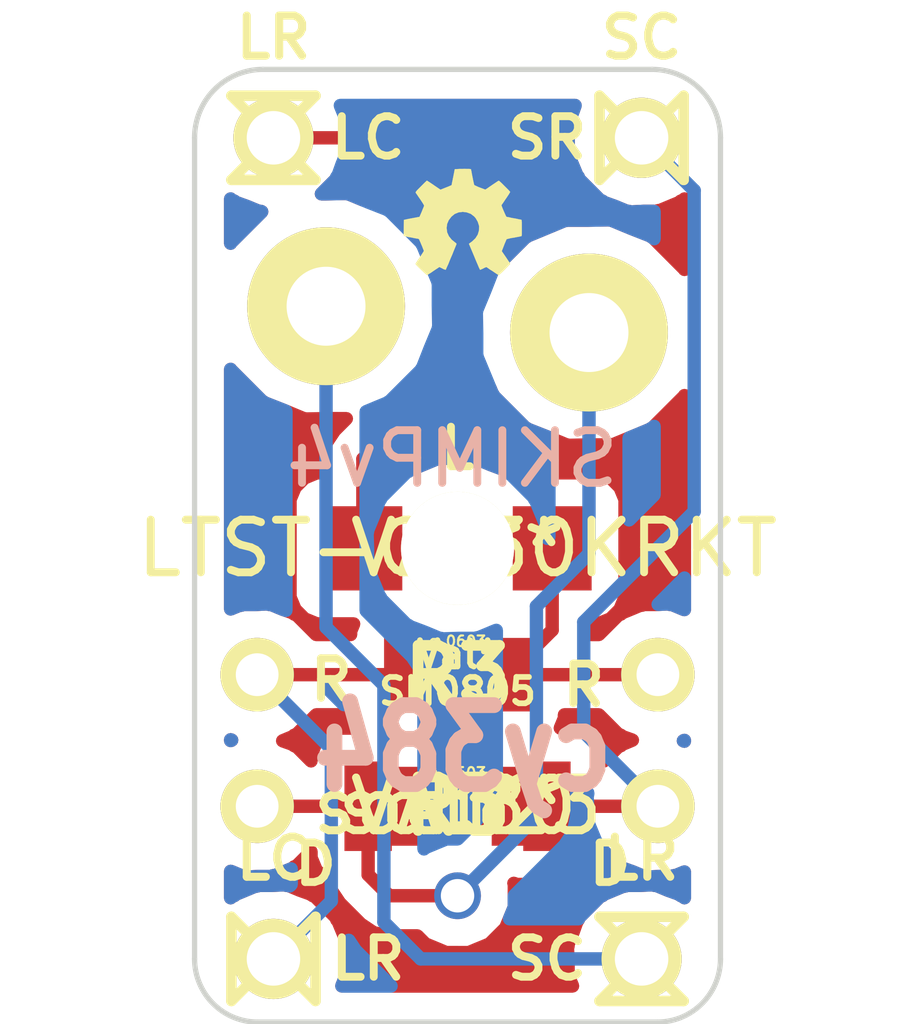
<source format=kicad_pcb>
(kicad_pcb (version 20171130) (host pcbnew 5.1.4+dfsg1-1)

  (general
    (thickness 1.6)
    (drawings 47)
    (tracks 32)
    (zones 0)
    (modules 15)
    (nets 1)
  )

  (page A3)
  (layers
    (0 F.Cu signal)
    (31 B.Cu signal)
    (32 B.Adhes user)
    (33 F.Adhes user)
    (34 B.Paste user)
    (35 F.Paste user)
    (36 B.SilkS user)
    (37 F.SilkS user)
    (38 B.Mask user)
    (39 F.Mask user)
    (40 Dwgs.User user)
    (41 Cmts.User user)
    (42 Eco1.User user)
    (43 Eco2.User user)
    (44 Edge.Cuts user)
  )

  (setup
    (last_trace_width 0.254)
    (trace_clearance 0.254)
    (zone_clearance 0.508)
    (zone_45_only no)
    (trace_min 0.254)
    (via_size 0.889)
    (via_drill 0.635)
    (via_min_size 0.889)
    (via_min_drill 0.508)
    (uvia_size 0.508)
    (uvia_drill 0.127)
    (uvias_allowed no)
    (uvia_min_size 0.508)
    (uvia_min_drill 0.127)
    (edge_width 0.1)
    (segment_width 0.2)
    (pcb_text_width 0.3)
    (pcb_text_size 1.5 1.5)
    (mod_edge_width 0.15)
    (mod_text_size 1 1)
    (mod_text_width 0.15)
    (pad_size 1.524 1.524)
    (pad_drill 1.016)
    (pad_to_mask_clearance 0)
    (aux_axis_origin 0 0)
    (visible_elements FFF9FFFF)
    (pcbplotparams
      (layerselection 0x00030_ffffffff)
      (usegerberextensions true)
      (usegerberattributes false)
      (usegerberadvancedattributes false)
      (creategerberjobfile false)
      (excludeedgelayer true)
      (linewidth 0.150000)
      (plotframeref false)
      (viasonmask false)
      (mode 1)
      (useauxorigin false)
      (hpglpennumber 1)
      (hpglpenspeed 20)
      (hpglpendiameter 15.000000)
      (psnegative false)
      (psa4output false)
      (plotreference false)
      (plotvalue false)
      (plotinvisibletext false)
      (padsonsilk false)
      (subtractmaskfromsilk false)
      (outputformat 1)
      (mirror false)
      (drillshape 0)
      (scaleselection 1)
      (outputdirectory "/home/palomides/Desktop/skimpv4_magnet/"))
  )

  (net 0 "")

  (net_class Default "This is the default net class."
    (clearance 0.254)
    (trace_width 0.254)
    (via_dia 0.889)
    (via_drill 0.635)
    (uvia_dia 0.508)
    (uvia_drill 0.127)
  )

  (module LOGO (layer F.Cu) (tedit 0) (tstamp 56BD1462)
    (at 211.1 122.9)
    (fp_text reference G*** (at 0 1.19126) (layer F.SilkS) hide
      (effects (font (size 0.1016 0.1016) (thickness 0.02032)))
    )
    (fp_text value LOGO (at 0 -1.19126) (layer F.SilkS) hide
      (effects (font (size 0.1016 0.1016) (thickness 0.02032)))
    )
    (fp_poly (pts (xy -0.68072 1.00838) (xy -0.66802 1.0033) (xy -0.64262 0.98552) (xy -0.60452 0.96266)
      (xy -0.56134 0.93218) (xy -0.51562 0.9017) (xy -0.48006 0.87884) (xy -0.45466 0.86106)
      (xy -0.4445 0.85598) (xy -0.43688 0.85852) (xy -0.41656 0.86868) (xy -0.38608 0.88392)
      (xy -0.3683 0.89408) (xy -0.34036 0.90424) (xy -0.32512 0.90678) (xy -0.32258 0.90424)
      (xy -0.31242 0.88138) (xy -0.29718 0.84582) (xy -0.27432 0.79756) (xy -0.25146 0.73914)
      (xy -0.22606 0.67818) (xy -0.19812 0.61468) (xy -0.17526 0.55626) (xy -0.1524 0.50038)
      (xy -0.13462 0.4572) (xy -0.12192 0.42672) (xy -0.11938 0.41402) (xy -0.11938 0.41148)
      (xy -0.13462 0.39624) (xy -0.15748 0.37846) (xy -0.21082 0.33528) (xy -0.26416 0.26924)
      (xy -0.29718 0.19558) (xy -0.30734 0.11176) (xy -0.29718 0.03556) (xy -0.2667 -0.03556)
      (xy -0.2159 -0.1016) (xy -0.15494 -0.1524) (xy -0.08128 -0.18288) (xy 0 -0.19304)
      (xy 0.0762 -0.18288) (xy 0.1524 -0.15494) (xy 0.21844 -0.10414) (xy 0.24638 -0.07112)
      (xy 0.28448 -0.00508) (xy 0.30734 0.06604) (xy 0.30988 0.08382) (xy 0.30734 0.16256)
      (xy 0.28448 0.23876) (xy 0.2413 0.30734) (xy 0.18288 0.36322) (xy 0.1778 0.3683)
      (xy 0.14986 0.38862) (xy 0.13208 0.40132) (xy 0.11684 0.41402) (xy 0.21844 0.65532)
      (xy 0.23368 0.69342) (xy 0.26162 0.75946) (xy 0.28702 0.81788) (xy 0.3048 0.86106)
      (xy 0.32004 0.89154) (xy 0.32512 0.90424) (xy 0.33528 0.90678) (xy 0.35306 0.89916)
      (xy 0.38608 0.88392) (xy 0.40894 0.87122) (xy 0.43434 0.86106) (xy 0.44704 0.85598)
      (xy 0.4572 0.86106) (xy 0.48006 0.8763) (xy 0.51562 0.9017) (xy 0.56134 0.92964)
      (xy 0.60198 0.95758) (xy 0.64008 0.98298) (xy 0.66802 1.00076) (xy 0.68072 1.00838)
      (xy 0.68326 1.00838) (xy 0.69342 1.00076) (xy 0.71628 0.98298) (xy 0.7493 0.9525)
      (xy 0.79502 0.90678) (xy 0.80264 0.89916) (xy 0.84074 0.86106) (xy 0.87122 0.82804)
      (xy 0.89408 0.80518) (xy 0.9017 0.79248) (xy 0.89408 0.77978) (xy 0.8763 0.75184)
      (xy 0.8509 0.71374) (xy 0.82042 0.66802) (xy 0.74168 0.55372) (xy 0.78486 0.44196)
      (xy 0.79756 0.40894) (xy 0.81534 0.3683) (xy 0.82804 0.33782) (xy 0.83566 0.32512)
      (xy 0.84582 0.32258) (xy 0.8763 0.31496) (xy 0.91948 0.3048) (xy 0.97282 0.29718)
      (xy 1.02108 0.28702) (xy 1.0668 0.2794) (xy 1.09982 0.27178) (xy 1.11252 0.26924)
      (xy 1.1176 0.2667) (xy 1.12014 0.25908) (xy 1.12268 0.24384) (xy 1.12268 0.21844)
      (xy 1.12268 0.17526) (xy 1.12268 0.11176) (xy 1.12268 0.10668) (xy 1.12268 0.04572)
      (xy 1.12268 0) (xy 1.12014 -0.02794) (xy 1.1176 -0.04064) (xy 1.1049 -0.04572)
      (xy 1.07188 -0.0508) (xy 1.0287 -0.06096) (xy 0.97536 -0.07112) (xy 0.97028 -0.07112)
      (xy 0.91694 -0.08128) (xy 0.87376 -0.09144) (xy 0.84328 -0.09652) (xy 0.82804 -0.1016)
      (xy 0.8255 -0.10668) (xy 0.81534 -0.127) (xy 0.8001 -0.16002) (xy 0.78232 -0.20066)
      (xy 0.76454 -0.2413) (xy 0.7493 -0.2794) (xy 0.73914 -0.30734) (xy 0.7366 -0.32004)
      (xy 0.74422 -0.33274) (xy 0.76454 -0.36068) (xy 0.78994 -0.39878) (xy 0.82042 -0.4445)
      (xy 0.82296 -0.44704) (xy 0.85344 -0.49276) (xy 0.87884 -0.53086) (xy 0.89408 -0.5588)
      (xy 0.9017 -0.56896) (xy 0.9017 -0.5715) (xy 0.89154 -0.5842) (xy 0.86868 -0.6096)
      (xy 0.83566 -0.64262) (xy 0.79502 -0.68326) (xy 0.78232 -0.69596) (xy 0.73914 -0.73914)
      (xy 0.70866 -0.76708) (xy 0.69088 -0.78232) (xy 0.68072 -0.78486) (xy 0.66802 -0.77724)
      (xy 0.63754 -0.75692) (xy 0.59944 -0.73152) (xy 0.55372 -0.70104) (xy 0.55118 -0.6985)
      (xy 0.50546 -0.66802) (xy 0.4699 -0.64262) (xy 0.44196 -0.62484) (xy 0.4318 -0.61722)
      (xy 0.42926 -0.61722) (xy 0.41148 -0.6223) (xy 0.37846 -0.635) (xy 0.33782 -0.65024)
      (xy 0.29718 -0.66548) (xy 0.25908 -0.68326) (xy 0.23114 -0.69596) (xy 0.21844 -0.70358)
      (xy 0.21336 -0.71882) (xy 0.20574 -0.75438) (xy 0.19558 -0.8001) (xy 0.18542 -0.85344)
      (xy 0.18288 -0.8636) (xy 0.17272 -0.91694) (xy 0.1651 -0.96266) (xy 0.15748 -0.99314)
      (xy 0.15494 -1.00584) (xy 0.14732 -1.00584) (xy 0.12192 -1.00838) (xy 0.08128 -1.00838)
      (xy 0.03302 -1.01092) (xy -0.01524 -1.00838) (xy -0.06604 -1.00838) (xy -0.10922 -1.00584)
      (xy -0.1397 -1.00584) (xy -0.1524 -1.0033) (xy -0.1524 -1.00076) (xy -0.15748 -0.98552)
      (xy -0.16256 -0.9525) (xy -0.17272 -0.90424) (xy -0.18288 -0.84836) (xy -0.18542 -0.84074)
      (xy -0.19558 -0.7874) (xy -0.20574 -0.74168) (xy -0.21082 -0.7112) (xy -0.21336 -0.70104)
      (xy -0.21844 -0.6985) (xy -0.2413 -0.68834) (xy -0.27686 -0.6731) (xy -0.32258 -0.65532)
      (xy -0.42418 -0.61468) (xy -0.55118 -0.70104) (xy -0.56134 -0.70866) (xy -0.60706 -0.73914)
      (xy -0.64516 -0.76454) (xy -0.67056 -0.77978) (xy -0.68072 -0.7874) (xy -0.68326 -0.7874)
      (xy -0.69596 -0.7747) (xy -0.72136 -0.75184) (xy -0.75438 -0.71882) (xy -0.79502 -0.67818)
      (xy -0.82296 -0.65024) (xy -0.85852 -0.61468) (xy -0.88138 -0.58928) (xy -0.89154 -0.57404)
      (xy -0.89662 -0.56642) (xy -0.89662 -0.5588) (xy -0.889 -0.5461) (xy -0.86868 -0.51816)
      (xy -0.84328 -0.48006) (xy -0.8128 -0.43688) (xy -0.7874 -0.39878) (xy -0.75946 -0.3556)
      (xy -0.74168 -0.32512) (xy -0.7366 -0.31242) (xy -0.7366 -0.3048) (xy -0.74676 -0.2794)
      (xy -0.762 -0.24384) (xy -0.77978 -0.19812) (xy -0.82296 -0.09906) (xy -0.889 -0.08636)
      (xy -0.92964 -0.07874) (xy -0.98552 -0.06858) (xy -1.03886 -0.05842) (xy -1.12014 -0.04064)
      (xy -1.12268 0.26162) (xy -1.10998 0.2667) (xy -1.09982 0.26924) (xy -1.0668 0.27686)
      (xy -1.02362 0.28702) (xy -0.97282 0.29464) (xy -0.9271 0.3048) (xy -0.88392 0.31242)
      (xy -0.8509 0.3175) (xy -0.8382 0.32258) (xy -0.83312 0.32512) (xy -0.82296 0.34798)
      (xy -0.80772 0.381) (xy -0.78994 0.42418) (xy -0.77216 0.46482) (xy -0.75692 0.50546)
      (xy -0.74422 0.53594) (xy -0.74168 0.55118) (xy -0.74676 0.56134) (xy -0.76454 0.58928)
      (xy -0.7874 0.62484) (xy -0.81788 0.67056) (xy -0.84836 0.71374) (xy -0.87376 0.75184)
      (xy -0.89154 0.77978) (xy -0.89916 0.79248) (xy -0.89662 0.8001) (xy -0.87884 0.82042)
      (xy -0.84582 0.85598) (xy -0.79502 0.90424) (xy -0.7874 0.91186) (xy -0.74676 0.94996)
      (xy -0.71374 0.98044) (xy -0.69088 1.00076) (xy -0.68072 1.00838)) (layer F.SilkS) (width 0.00254))
  )

  (module SW_Matias_Quiet (layer F.Cu) (tedit 56888A89) (tstamp 5678C2DF)
    (at 211 129)
    (descr http://matias.ca/switches/quiet/)
    (tags "Matias, quiet, keyboard, key, switch")
    (fp_text reference "" (at 2.5 4) (layer F.SilkS)
      (effects (font (size 1 1) (thickness 0.15)))
    )
    (fp_text value "" (at 0 0) (layer F.SilkS)
      (effects (font (size 1.524 1.524) (thickness 0.15)))
    )
    (fp_line (start 0 0) (end 0 -0.5) (layer Cmts.User) (width 0.15))
    (fp_line (start 0 -0.5) (end 0 0.5) (layer Cmts.User) (width 0.15))
    (fp_line (start 0 0.5) (end 0 0) (layer Cmts.User) (width 0.15))
    (fp_line (start 0 0) (end 0.5 0) (layer Cmts.User) (width 0.15))
    (fp_line (start 0.5 0) (end -0.5 0) (layer Cmts.User) (width 0.15))
    (fp_line (start -0.5 0) (end 0 0) (layer Cmts.User) (width 0.15))
    (pad 1 thru_hole circle (at -2.5 -4.5) (size 3 3) (drill 1.5) (layers *.Cu *.Mask F.SilkS))
    (pad 2 thru_hole circle (at 2.5 -4) (size 3 3) (drill 1.5) (layers *.Cu *.Mask F.SilkS))
  )

  (module LTST-C230KRKT (layer F.Cu) (tedit 5679E92B) (tstamp 56789437)
    (at 211 129.1)
    (fp_text reference LTST-C230KRKT (at 0 0) (layer F.SilkS)
      (effects (font (size 1 1) (thickness 0.15)))
    )
    (fp_text value VAL** (at 0 0) (layer F.SilkS)
      (effects (font (size 1 1) (thickness 0.15)))
    )
    (pad 2 smd rect (at -1.8 0) (size 1.5 1.6) (layers F.Cu F.Paste F.Mask))
    (pad 3 smd rect (at 1.8 0) (size 1.5 1.6) (layers F.Cu F.Paste F.Mask))
    (pad "" np_thru_hole circle (at 0 0) (size 2.15 2.15) (drill 2.15) (layers *.Cu *.Mask F.SilkS))
  )

  (module sod80 (layer F.Cu) (tedit 56789E2B) (tstamp 56888D9C)
    (at 211 134)
    (fp_text reference sod80 (at 0 0) (layer F.SilkS)
      (effects (font (size 1 1) (thickness 0.15)))
    )
    (fp_text value VAL** (at 0 0) (layer F.SilkS)
      (effects (font (size 1 1) (thickness 0.15)))
    )
    (pad 5 smd rect (at 1.7 0) (size 0.9 1.7) (layers F.Cu F.Paste F.Mask))
    (pad 6 smd rect (at -1.7 0) (size 0.9 1.7) (layers F.Cu F.Paste F.Mask))
  )

  (module sod323 (layer F.Cu) (tedit 56789A18) (tstamp 5679AAAF)
    (at 211 134)
    (fp_text reference sod323 (at 0 0) (layer F.SilkS)
      (effects (font (size 1 1) (thickness 0.15)))
    )
    (fp_text value VAL** (at 0 0) (layer F.SilkS)
      (effects (font (size 1 1) (thickness 0.15)))
    )
    (pad 3 smd rect (at 1.15 0) (size 1 1.5) (layers F.Cu F.Paste F.Mask))
    (pad 4 smd rect (at -1.15 0) (size 1 1.5) (layers F.Cu F.Paste F.Mask))
  )

  (module sod123 (layer F.Cu) (tedit 5678998F) (tstamp 5679AA91)
    (at 211 134)
    (fp_text reference sod123 (at 0 0) (layer F.SilkS)
      (effects (font (size 1 1) (thickness 0.15)))
    )
    (fp_text value VAL** (at 0 0) (layer F.SilkS)
      (effects (font (size 1 1) (thickness 0.15)))
    )
    (pad 1 smd rect (at 1.635 0) (size 0.91 1.22) (layers F.Cu F.Paste F.Mask))
    (pad 2 smd rect (at -1.635 0) (size 0.91 1.22) (layers F.Cu F.Paste F.Mask))
  )

  (module SM0805 (layer F.Cu) (tedit 5678989A) (tstamp 56BD1441)
    (at 211 131.5 180)
    (attr smd)
    (fp_text reference SM0805 (at 0 -0.3175 180) (layer F.SilkS)
      (effects (font (size 0.50038 0.50038) (thickness 0.10922)))
    )
    (fp_text value Val* (at 0 0.381 180) (layer F.SilkS)
      (effects (font (size 0.50038 0.50038) (thickness 0.10922)))
    )
    (pad 1 smd rect (at -0.9525 0 180) (size 0.889 1.397) (layers F.Cu F.Paste F.Mask))
    (pad 2 smd rect (at 0.9525 0 180) (size 0.889 1.397) (layers F.Cu F.Paste F.Mask))
    (model smd/chip_cms.wrl
      (at (xyz 0 0 0))
      (scale (xyz 0.1 0.1 0.1))
      (rotate (xyz 0 0 0))
    )
  )

  (module c_0603 (layer F.Cu) (tedit 56787CDC) (tstamp 56888DBF)
    (at 211 134)
    (descr "SMT capacitor, 0603")
    (fp_text reference c_0603 (at 0 -0.635) (layer F.SilkS)
      (effects (font (size 0.20066 0.20066) (thickness 0.04064)))
    )
    (fp_text value C*** (at 0 0.635) (layer F.SilkS) hide
      (effects (font (size 0.20066 0.20066) (thickness 0.04064)))
    )
    (pad 1 smd rect (at 0.75184 0) (size 0.89916 1.00076) (layers F.Cu F.Paste F.Mask))
    (pad 2 smd rect (at -0.75184 0) (size 0.89916 1.00076) (layers F.Cu F.Paste F.Mask))
    (model smd/capacitors/c_0603.wrl
      (at (xyz 0 0 0))
      (scale (xyz 1 1 1))
      (rotate (xyz 0 0 0))
    )
  )

  (module D3 (layer F.Cu) (tedit 5678905B) (tstamp 56BD144F)
    (at 211 131.5)
    (descr "Diode 3 pas")
    (tags "DIODE DEV")
    (fp_text reference R3 (at 0 0) (layer F.SilkS)
      (effects (font (size 1.016 1.016) (thickness 0.2032)))
    )
    (fp_text value R*** (at 0 0) (layer F.SilkS) hide
      (effects (font (size 1.016 1.016) (thickness 0.2032)))
    )
    (pad 2 thru_hole circle (at 3.81 0) (size 1.397 1.397) (drill 0.8128) (layers *.Cu *.Mask F.SilkS))
    (pad 1 thru_hole circle (at -3.81 0) (size 1.397 1.397) (drill 0.8128) (layers *.Cu *.Mask F.SilkS))
    (model discret/diode.wrl
      (at (xyz 0 0 0))
      (scale (xyz 0.3 0.3 0.3))
      (rotate (xyz 0 0 0))
    )
  )

  (module c_0603 (layer F.Cu) (tedit 56787CAE) (tstamp 56BD1456)
    (at 211 131.5)
    (descr "SMT capacitor, 0603")
    (fp_text reference c_0603 (at 0 -0.635) (layer F.SilkS)
      (effects (font (size 0.20066 0.20066) (thickness 0.04064)))
    )
    (fp_text value C*** (at 0 0.635) (layer F.SilkS) hide
      (effects (font (size 0.20066 0.20066) (thickness 0.04064)))
    )
    (pad 1 smd rect (at 0.75184 0) (size 0.89916 1.00076) (layers F.Cu F.Paste F.Mask))
    (pad 2 smd rect (at -0.75184 0) (size 0.89916 1.00076) (layers F.Cu F.Paste F.Mask))
    (model smd/capacitors/c_0603.wrl
      (at (xyz 0 0 0))
      (scale (xyz 1 1 1))
      (rotate (xyz 0 0 0))
    )
  )

  (module D3 (layer F.Cu) (tedit 56789064) (tstamp 56843C69)
    (at 211 134)
    (descr "Diode 3 pas")
    (tags "DIODE DEV")
    (fp_text reference R3 (at 0 0) (layer F.SilkS)
      (effects (font (size 1.016 1.016) (thickness 0.2032)))
    )
    (fp_text value R*** (at 0 0) (layer F.SilkS) hide
      (effects (font (size 1.016 1.016) (thickness 0.2032)))
    )
    (pad 2 thru_hole circle (at 3.81 0) (size 1.397 1.397) (drill 0.8128) (layers *.Cu *.Mask F.SilkS))
    (pad 1 thru_hole circle (at -3.81 0) (size 1.397 1.397) (drill 0.8128) (layers *.Cu *.Mask F.SilkS))
    (model discret/diode.wrl
      (at (xyz 0 0 0))
      (scale (xyz 0.3 0.3 0.3))
      (rotate (xyz 0 0 0))
    )
  )

  (module PIN_ARRAY_1 (layer F.Cu) (tedit 567877BE) (tstamp 567A4D69)
    (at 207.5 121.3)
    (descr "1 pin")
    (tags "CONN DEV")
    (fp_text reference LR (at 0 -1.905) (layer F.SilkS)
      (effects (font (size 0.762 0.762) (thickness 0.1524)))
    )
    (fp_text value "" (at 0 -1.905) (layer F.SilkS) hide
      (effects (font (size 0.762 0.762) (thickness 0.1524)))
    )
    (pad 1 thru_hole circle (at 0 0) (size 1.524 1.524) (drill 1.016) (layers *.Cu *.Mask F.SilkS))
    (model pin_array\pin_1.wrl
      (at (xyz 0 0 0))
      (scale (xyz 1 1 1))
      (rotate (xyz 0 0 0))
    )
  )

  (module PIN_ARRAY_1 (layer F.Cu) (tedit 567877D3) (tstamp 567A5193)
    (at 214.5 136.9)
    (descr "1 pin")
    (tags "CONN DEV")
    (fp_text reference LR (at 0 -1.905) (layer F.SilkS)
      (effects (font (size 0.762 0.762) (thickness 0.1524)))
    )
    (fp_text value "" (at 0 -1.905) (layer F.SilkS) hide
      (effects (font (size 0.762 0.762) (thickness 0.1524)))
    )
    (pad 1 thru_hole circle (at 0 0) (size 1.524 1.524) (drill 1.016) (layers *.Cu *.Mask F.SilkS))
    (model pin_array\pin_1.wrl
      (at (xyz 0 0 0))
      (scale (xyz 1 1 1))
      (rotate (xyz 0 0 0))
    )
  )

  (module PIN_ARRAY_1 (layer F.Cu) (tedit 567873B1) (tstamp 567A4B73)
    (at 214.5 121.3)
    (descr "1 pin")
    (tags "CONN DEV")
    (fp_text reference SC (at 0 -1.905) (layer F.SilkS)
      (effects (font (size 0.762 0.762) (thickness 0.1524)))
    )
    (fp_text value "" (at 0 -1.905) (layer F.SilkS) hide
      (effects (font (size 0.762 0.762) (thickness 0.1524)))
    )
    (pad 1 thru_hole circle (at 0 0) (size 1.524 1.524) (drill 1.016) (layers *.Cu *.Mask F.SilkS))
    (model pin_array\pin_1.wrl
      (at (xyz 0 0 0))
      (scale (xyz 1 1 1))
      (rotate (xyz 0 0 0))
    )
  )

  (module PIN_ARRAY_1 (layer F.Cu) (tedit 567873EC) (tstamp 567A4B6E)
    (at 207.5 136.9)
    (descr "1 pin")
    (tags "CONN DEV")
    (fp_text reference LC (at 0 -1.905) (layer F.SilkS)
      (effects (font (size 0.762 0.762) (thickness 0.1524)))
    )
    (fp_text value "" (at 0 -1.905) (layer F.SilkS) hide
      (effects (font (size 0.762 0.762) (thickness 0.1524)))
    )
    (pad 1 thru_hole circle (at 0 0) (size 1.524 1.524) (drill 1.016) (layers *.Cu *.Mask F.SilkS))
    (model pin_array\pin_1.wrl
      (at (xyz 0 0 0))
      (scale (xyz 1 1 1))
      (rotate (xyz 0 0 0))
    )
  )

  (gr_line (start 216 136.9) (end 216 121.3) (angle 90) (layer Edge.Cuts) (width 0.1))
  (gr_line (start 207.2 138.1) (end 214.8 138.1) (angle 90) (layer Edge.Cuts) (width 0.1))
  (gr_line (start 206 121.3) (end 206 136.9) (angle 90) (layer Edge.Cuts) (width 0.1))
  (gr_line (start 214.7 120) (end 207.3 120) (angle 90) (layer Edge.Cuts) (width 0.1))
  (gr_arc (start 207.2 136.9) (end 207.2 138.1) (angle 90) (layer Edge.Cuts) (width 0.1))
  (gr_arc (start 214.8 136.9) (end 216 136.9) (angle 90) (layer Edge.Cuts) (width 0.1))
  (gr_arc (start 214.7 121.3) (end 214.7 120) (angle 90) (layer Edge.Cuts) (width 0.1))
  (gr_arc (start 207.3 121.3) (end 206 121.3) (angle 90) (layer Edge.Cuts) (width 0.1))
  (gr_line (start 202.4 122.1) (end 219.6 122.1) (angle 90) (layer Cmts.User) (width 0.2))
  (gr_line (start 202.4 136.1) (end 202.4 122.1) (angle 90) (layer Cmts.User) (width 0.2))
  (gr_line (start 219.6 136.1) (end 202.4 136.1) (angle 90) (layer Cmts.User) (width 0.2))
  (gr_line (start 219.6 122.1) (end 219.6 136.1) (angle 90) (layer Cmts.User) (width 0.2))
  (gr_line (start 215.3 136.1) (end 213.7 136.1) (angle 90) (layer F.SilkS) (width 0.2))
  (gr_line (start 214.5 136.9) (end 215.3 136.1) (angle 90) (layer F.SilkS) (width 0.2))
  (gr_line (start 214.5 136.9) (end 213.7 136.1) (angle 90) (layer F.SilkS) (width 0.2))
  (gr_line (start 213.7 122.1) (end 214.5 121.3) (angle 90) (layer F.SilkS) (width 0.2))
  (gr_line (start 213.7 120.5) (end 213.7 122.1) (angle 90) (layer F.SilkS) (width 0.2))
  (gr_line (start 214.5 121.3) (end 213.7 120.5) (angle 90) (layer F.SilkS) (width 0.2))
  (gr_line (start 206.7 137.7) (end 207.5 136.9) (angle 90) (layer F.SilkS) (width 0.2))
  (gr_line (start 206.7 136.1) (end 206.7 137.7) (angle 90) (layer F.SilkS) (width 0.2))
  (gr_line (start 207.5 136.9) (end 206.7 136.1) (angle 90) (layer F.SilkS) (width 0.2))
  (gr_line (start 208.3 122.1) (end 207.5 121.3) (angle 90) (layer F.SilkS) (width 0.2))
  (gr_line (start 206.7 122.1) (end 208.3 122.1) (angle 90) (layer F.SilkS) (width 0.2))
  (gr_line (start 207.5 121.3) (end 206.7 122.1) (angle 90) (layer F.SilkS) (width 0.2))
  (gr_line (start 215.3 137.7) (end 214.5 136.9) (angle 90) (layer F.SilkS) (width 0.2))
  (gr_line (start 213.7 137.7) (end 215.3 137.7) (angle 90) (layer F.SilkS) (width 0.2))
  (gr_line (start 214.5 136.9) (end 213.7 137.7) (angle 90) (layer F.SilkS) (width 0.2))
  (gr_line (start 207.5 136.9) (end 208.3 137.7) (angle 90) (layer F.SilkS) (width 0.2))
  (gr_line (start 208.3 136.1) (end 207.5 136.9) (angle 90) (layer F.SilkS) (width 0.2))
  (gr_line (start 208.3 137.7) (end 208.3 136.1) (angle 90) (layer F.SilkS) (width 0.2))
  (gr_line (start 214.5 121.3) (end 215.3 120.5) (angle 90) (layer F.SilkS) (width 0.2))
  (gr_line (start 215.3 122.1) (end 214.5 121.3) (angle 90) (layer F.SilkS) (width 0.2))
  (gr_line (start 215.3 120.5) (end 215.3 122.1) (angle 90) (layer F.SilkS) (width 0.2))
  (gr_line (start 208.3 120.5) (end 207.5 121.3) (angle 90) (layer F.SilkS) (width 0.2))
  (gr_line (start 206.7 120.5) (end 208.3 120.5) (angle 90) (layer F.SilkS) (width 0.2))
  (gr_line (start 207.5 121.3) (end 206.7 120.5) (angle 90) (layer F.SilkS) (width 0.2))
  (gr_text SKIMPv4 (at 210.9 127.4) (layer B.SilkS)
    (effects (font (size 1 1) (thickness 0.15)) (justify mirror))
  )
  (gr_text D (at 213.9 135.1) (layer F.SilkS)
    (effects (font (size 0.75 0.75) (thickness 0.15)))
  )
  (gr_text R (at 213.4 131.7) (layer F.SilkS)
    (effects (font (size 0.75 0.75) (thickness 0.15)))
  )
  (gr_text D (at 208.3 135.1) (layer F.SilkS)
    (effects (font (size 0.75 0.75) (thickness 0.15)))
  )
  (gr_text L (at 211 127.2) (layer F.SilkS)
    (effects (font (size 0.75 0.75) (thickness 0.15)))
  )
  (gr_text R (at 208.6 131.6) (layer F.SilkS)
    (effects (font (size 0.75 0.75) (thickness 0.15)))
  )
  (gr_text LC (at 209.3 121.3) (layer F.SilkS)
    (effects (font (size 0.75 0.75) (thickness 0.15)))
  )
  (gr_text SC (at 212.7 136.9) (layer F.SilkS)
    (effects (font (size 0.75 0.75) (thickness 0.15)))
  )
  (gr_text LR (at 209.3 136.9) (layer F.SilkS)
    (effects (font (size 0.75 0.75) (thickness 0.15)))
  )
  (gr_text SR (at 212.7 121.3) (layer F.SilkS)
    (effects (font (size 0.75 0.75) (thickness 0.15)))
  )
  (gr_text cy384 (at 211.1 132.9) (layer B.SilkS)
    (effects (font (size 1.5 1.25) (thickness 0.3)) (justify mirror))
  )

  (segment (start 208.5 124.5) (end 208.5 130.6) (width 0.254) (layer B.Cu) (net 0))
  (segment (start 210.3 136.9) (end 214.5 136.9) (width 0.254) (layer B.Cu) (net 0) (tstamp 56BD16AE))
  (segment (start 209.6 136.2) (end 210.3 136.9) (width 0.254) (layer B.Cu) (net 0) (tstamp 56BD16AD))
  (segment (start 209.6 131.7) (end 209.6 136.2) (width 0.254) (layer B.Cu) (net 0) (tstamp 56BD16AB))
  (segment (start 208.5 130.6) (end 209.6 131.7) (width 0.254) (layer B.Cu) (net 0) (tstamp 56BD16A6))
  (segment (start 207.19 131.5) (end 208.6 132.91) (width 0.254) (layer B.Cu) (net 0))
  (segment (start 208.6 135.8) (end 207.5 136.9) (width 0.254) (layer B.Cu) (net 0) (tstamp 56BD1695))
  (segment (start 208.6 132.91) (end 208.6 135.8) (width 0.254) (layer B.Cu) (net 0) (tstamp 56BD1689))
  (segment (start 209.3 134) (end 209.3 135.3) (width 0.254) (layer F.Cu) (net 0))
  (segment (start 213.5 129.2) (end 213.5 125) (width 0.254) (layer B.Cu) (net 0) (tstamp 56BD1666))
  (segment (start 212.5 130.2) (end 213.5 129.2) (width 0.254) (layer B.Cu) (net 0) (tstamp 56BD1660))
  (segment (start 212.5 134.2) (end 212.5 130.2) (width 0.254) (layer B.Cu) (net 0) (tstamp 56BD1656))
  (segment (start 211 135.7) (end 212.5 134.2) (width 0.254) (layer B.Cu) (net 0) (tstamp 56BD1655))
  (via (at 211 135.7) (size 0.889) (layers F.Cu B.Cu) (net 0))
  (segment (start 209.7 135.7) (end 211 135.7) (width 0.254) (layer F.Cu) (net 0) (tstamp 56BD1650))
  (segment (start 209.3 135.3) (end 209.7 135.7) (width 0.254) (layer F.Cu) (net 0) (tstamp 56BD164B))
  (segment (start 207.5 121.3) (end 209.1 121.3) (width 0.254) (layer F.Cu) (net 0))
  (segment (start 209.2 127.4) (end 209.2 129.1) (width 0.254) (layer F.Cu) (net 0) (tstamp 56BD1633))
  (segment (start 211.1 125.5) (end 209.2 127.4) (width 0.254) (layer F.Cu) (net 0) (tstamp 56BD1630))
  (segment (start 211.1 123.3) (end 211.1 125.5) (width 0.254) (layer F.Cu) (net 0) (tstamp 56BD162E))
  (segment (start 209.1 121.3) (end 211.1 123.3) (width 0.254) (layer F.Cu) (net 0) (tstamp 56BD162B))
  (segment (start 214.81 134) (end 213.4 132.59) (width 0.254) (layer B.Cu) (net 0))
  (segment (start 215.5 122.3) (end 214.5 121.3) (width 0.254) (layer B.Cu) (net 0) (tstamp 56BD1574))
  (segment (start 215.5 128.4) (end 215.5 122.3) (width 0.254) (layer B.Cu) (net 0) (tstamp 56BD156C))
  (segment (start 213.4 130.5) (end 215.5 128.4) (width 0.254) (layer B.Cu) (net 0) (tstamp 56BD155B))
  (segment (start 213.4 132.59) (end 213.4 130.5) (width 0.254) (layer B.Cu) (net 0) (tstamp 56BD1553))
  (segment (start 211.9525 131.5) (end 212.8 130.6525) (width 0.254) (layer F.Cu) (net 0))
  (segment (start 212.8 130.6525) (end 212.8 129.1) (width 0.254) (layer F.Cu) (net 0) (tstamp 56BD1506))
  (segment (start 210.0475 131.5) (end 207.19 131.5) (width 0.254) (layer F.Cu) (net 0))
  (segment (start 211.9525 131.5) (end 214.81 131.5) (width 0.254) (layer F.Cu) (net 0))
  (segment (start 212.7 134) (end 214.81 134) (width 0.254) (layer F.Cu) (net 0))
  (segment (start 207.19 134) (end 209.3 134) (width 0.254) (layer F.Cu) (net 0))

  (zone (net 0) (net_name "") (layer F.Cu) (tstamp 56BD195F) (hatch edge 0.508)
    (connect_pads (clearance 0.508))
    (min_thickness 0.254)
    (fill (arc_segments 16) (thermal_gap 0.508) (thermal_bridge_width 0.508))
    (polygon
      (pts
        (xy 216 138.1) (xy 206 138.1) (xy 206 120) (xy 216 120)
      )
    )
    (filled_polygon
      (pts
        (xy 206.706428 132.743483) (xy 206.685 132.752359) (xy 206.685 132.735942) (xy 206.706428 132.743483)
      )
    )
    (filled_polygon
      (pts
        (xy 207.277347 122.703806) (xy 206.691091 123.289041) (xy 206.685 123.303709) (xy 206.685 122.460958) (xy 206.70763 122.483628)
        (xy 206.764513 122.507247) (xy 206.768858 122.522396) (xy 206.997076 122.603816) (xy 207.220901 122.696756) (xy 207.257673 122.696788)
        (xy 207.277347 122.703806)
      )
    )
    (filled_polygon
      (pts
        (xy 209.026047 130.53511) (xy 208.968111 130.674636) (xy 208.968055 130.738) (xy 208.313538 130.738) (xy 207.946353 130.370174)
        (xy 207.886931 130.345499) (xy 207.882928 130.330202) (xy 207.667419 130.25435) (xy 207.456413 130.166733) (xy 207.418386 130.166699)
        (xy 207.38252 130.154076) (xy 207.154393 130.166469) (xy 206.925914 130.16627) (xy 206.890769 130.180791) (xy 206.852802 130.182854)
        (xy 206.685 130.252359) (xy 206.685 125.698167) (xy 206.68898 125.7078) (xy 207.289041 126.308909) (xy 207.319895 126.32172)
        (xy 207.325418 126.332739) (xy 207.700954 126.47995) (xy 208.073459 126.634628) (xy 208.095585 126.634647) (xy 208.116187 126.642723)
        (xy 208.519453 126.635017) (xy 208.887031 126.635338) (xy 208.661185 126.861185) (xy 208.496004 127.108395) (xy 208.438 127.4)
        (xy 208.438 127.66489) (xy 208.324245 127.66489) (xy 208.090771 127.761359) (xy 207.911987 127.939832) (xy 207.815111 128.173136)
        (xy 207.81489 128.425755) (xy 207.81489 129.774245) (xy 207.81489 130.025755) (xy 207.81511 130.026288) (xy 207.815111 130.026864)
        (xy 207.863266 130.142834) (xy 207.911359 130.259229) (xy 207.911766 130.259637) (xy 207.911987 130.260168) (xy 208.000986 130.349013)
        (xy 208.089832 130.438013) (xy 208.090362 130.438233) (xy 208.090771 130.438641) (xy 208.207165 130.486733) (xy 208.323136 130.534889)
        (xy 208.323711 130.534889) (xy 208.324245 130.53511) (xy 208.531571 130.535071) (xy 208.575755 130.53511) (xy 209.026047 130.53511)
      )
    )
    (filled_polygon
      (pts
        (xy 209.046658 132.51489) (xy 208.724245 132.51489) (xy 208.490771 132.611359) (xy 208.311987 132.789832) (xy 208.215111 133.023136)
        (xy 208.215009 133.139299) (xy 207.946353 132.870174) (xy 207.886931 132.845499) (xy 207.882928 132.830202) (xy 207.673571 132.756516)
        (xy 207.882928 132.669798) (xy 207.886818 132.654928) (xy 207.94438 132.631145) (xy 208.314169 132.262) (xy 208.96789 132.262)
        (xy 208.96789 132.324255) (xy 208.96811 132.324788) (xy 208.968111 132.325364) (xy 209.016266 132.441334) (xy 209.046658 132.51489)
      )
    )
    (filled_polygon
      (pts
        (xy 209.202209 122.479839) (xy 208.926541 122.365372) (xy 208.904414 122.365352) (xy 208.883813 122.357277) (xy 208.480546 122.364982)
        (xy 208.4106 122.364921) (xy 208.683628 122.09237) (xy 208.696238 122.062) (xy 208.78437 122.062) (xy 209.202209 122.479839)
      )
    )
    (filled_polygon
      (pts
        (xy 211.230935 132.77109) (xy 211.111987 132.889832) (xy 211.111317 132.891444) (xy 211 132.93744) (xy 210.940574 132.912886)
        (xy 210.888915 132.891435) (xy 210.888641 132.890771) (xy 210.888233 132.890362) (xy 210.888013 132.889832) (xy 210.799013 132.800986)
        (xy 210.769138 132.77106) (xy 210.851229 132.737141) (xy 211 132.588628) (xy 211.058986 132.647513) (xy 211.147832 132.736513)
        (xy 211.148362 132.736733) (xy 211.148771 132.737141) (xy 211.230935 132.77109)
      )
    )
    (filled_polygon
      (pts
        (xy 214.326428 132.743483) (xy 214.117072 132.830202) (xy 214.113181 132.845071) (xy 214.05562 132.868855) (xy 213.78511 133.138893)
        (xy 213.78511 133.024245) (xy 213.784889 133.023711) (xy 213.784889 133.023136) (xy 213.736733 132.907165) (xy 213.688641 132.790771)
        (xy 213.688233 132.790362) (xy 213.688013 132.789832) (xy 213.599013 132.700986) (xy 213.510168 132.611987) (xy 213.509637 132.611766)
        (xy 213.509229 132.611359) (xy 213.392834 132.563266) (xy 213.276864 132.515111) (xy 213.276288 132.51511) (xy 213.275755 132.51489)
        (xy 213.100312 132.514956) (xy 213.024245 132.51489) (xy 212.953191 132.51489) (xy 213.031889 132.325364) (xy 213.031944 132.262)
        (xy 213.686461 132.262) (xy 214.053647 132.629826) (xy 214.113068 132.6545) (xy 214.117072 132.669798) (xy 214.326428 132.743483)
      )
    )
    (filled_polygon
      (pts
        (xy 215.315 123.801832) (xy 215.31102 123.7922) (xy 214.710959 123.191091) (xy 214.680104 123.178279) (xy 214.674582 123.167261)
        (xy 214.299045 123.020049) (xy 213.926541 122.865372) (xy 213.904414 122.865352) (xy 213.883813 122.857277) (xy 213.480546 122.864982)
        (xy 213.077185 122.86463) (xy 213.056733 122.87308) (xy 213.034613 122.873503) (xy 212.325418 123.167261) (xy 212.320364 123.177342)
        (xy 212.2922 123.18898) (xy 211.862 123.618429) (xy 211.862 123.3) (xy 211.803996 123.008395) (xy 211.638815 122.761185)
        (xy 209.638815 120.761185) (xy 209.524796 120.685) (xy 213.236168 120.685) (xy 213.196183 120.797076) (xy 213.103244 121.020901)
        (xy 213.103211 121.057673) (xy 213.090857 121.092304) (xy 213.10297 121.334314) (xy 213.102759 121.576661) (xy 213.116801 121.610647)
        (xy 213.11864 121.647369) (xy 213.277604 122.031142) (xy 213.292286 122.035353) (xy 213.314991 122.090303) (xy 213.70763 122.483628)
        (xy 213.764513 122.507247) (xy 213.768858 122.522396) (xy 213.997076 122.603816) (xy 214.220901 122.696756) (xy 214.257673 122.696788)
        (xy 214.292304 122.709143) (xy 214.534314 122.697029) (xy 214.776661 122.697241) (xy 214.810647 122.683198) (xy 214.847369 122.68136)
        (xy 215.231142 122.522396) (xy 215.235353 122.507713) (xy 215.290303 122.485009) (xy 215.315 122.460355) (xy 215.315 123.801832)
      )
    )
    (filled_polygon
      (pts
        (xy 215.315 130.264057) (xy 215.287419 130.25435) (xy 215.076413 130.166733) (xy 215.038386 130.166699) (xy 215.00252 130.154076)
        (xy 214.774393 130.166469) (xy 214.545914 130.16627) (xy 214.510769 130.180791) (xy 214.472802 130.182854) (xy 214.117072 130.330202)
        (xy 214.113181 130.345071) (xy 214.05562 130.368855) (xy 213.68583 130.738) (xy 213.544992 130.738) (xy 213.561999 130.652501)
        (xy 213.562 130.6525) (xy 213.562 130.53511) (xy 213.675755 130.53511) (xy 213.909229 130.438641) (xy 214.088013 130.260168)
        (xy 214.184889 130.026864) (xy 214.18511 129.774245) (xy 214.18511 128.425755) (xy 214.18511 128.174245) (xy 214.184889 128.173711)
        (xy 214.184889 128.173136) (xy 214.136733 128.057165) (xy 214.088641 127.940771) (xy 214.088233 127.940362) (xy 214.088013 127.939832)
        (xy 213.999013 127.850986) (xy 213.910168 127.761987) (xy 213.909637 127.761766) (xy 213.909229 127.761359) (xy 213.792834 127.713266)
        (xy 213.676864 127.665111) (xy 213.676288 127.66511) (xy 213.675755 127.66489) (xy 213.468428 127.664928) (xy 213.424245 127.66489)
        (xy 211.983588 127.66489) (xy 211.969901 127.651179) (xy 211.92478 127.632443) (xy 211.919336 127.618578) (xy 211.628531 127.509429)
        (xy 211.341632 127.390298) (xy 211.311058 127.390271) (xy 211.28244 127.37953) (xy 210.972008 127.389975) (xy 210.661352 127.389705)
        (xy 210.633096 127.401379) (xy 210.602545 127.402408) (xy 210.080664 127.618578) (xy 210.075478 127.631782) (xy 210.032629 127.649488)
        (xy 210.017189 127.6649) (xy 210.012728 127.664901) (xy 211.619164 126.058466) (xy 211.667261 126.174582) (xy 211.677342 126.179635)
        (xy 211.68898 126.2078) (xy 212.289041 126.808909) (xy 212.319895 126.82172) (xy 212.325418 126.832739) (xy 212.700954 126.97995)
        (xy 213.073459 127.134628) (xy 213.095585 127.134647) (xy 213.116187 127.142723) (xy 213.519453 127.135017) (xy 213.922815 127.13537)
        (xy 213.943266 127.126919) (xy 213.965387 127.126497) (xy 214.674582 126.832739) (xy 214.679635 126.822657) (xy 214.7078 126.81102)
        (xy 215.308909 126.210959) (xy 215.315 126.19629) (xy 215.315 130.264057)
      )
    )
    (filled_polygon
      (pts
        (xy 215.315 132.764057) (xy 215.293571 132.756516) (xy 215.315 132.74764) (xy 215.315 132.764057)
      )
    )
    (filled_polygon
      (pts
        (xy 215.315 135.739041) (xy 215.29237 135.716372) (xy 215.235486 135.692752) (xy 215.231142 135.677604) (xy 215.002923 135.596183)
        (xy 214.779099 135.503244) (xy 214.742326 135.503211) (xy 214.707696 135.490857) (xy 214.465685 135.50297) (xy 214.223339 135.502759)
        (xy 214.189352 135.516801) (xy 214.152631 135.51864) (xy 213.768858 135.677604) (xy 213.764646 135.692286) (xy 213.709697 135.714991)
        (xy 213.316372 136.10763) (xy 213.292752 136.164513) (xy 213.277604 136.168858) (xy 213.196183 136.397076) (xy 213.103244 136.620901)
        (xy 213.103211 136.657673) (xy 213.090857 136.692304) (xy 213.10297 136.934314) (xy 213.102759 137.176661) (xy 213.116801 137.210647)
        (xy 213.11864 137.247369) (xy 213.188075 137.415) (xy 208.799507 137.415) (xy 208.803816 137.402923) (xy 208.896756 137.179099)
        (xy 208.896788 137.142326) (xy 208.909143 137.107696) (xy 208.897029 136.865685) (xy 208.897241 136.623339) (xy 208.883198 136.589352)
        (xy 208.88136 136.552631) (xy 208.722396 136.168858) (xy 208.707713 136.164646) (xy 208.685009 136.109697) (xy 208.29237 135.716372)
        (xy 208.235486 135.692752) (xy 208.231142 135.677604) (xy 208.002923 135.596183) (xy 207.779099 135.503244) (xy 207.742326 135.503211)
        (xy 207.707696 135.490857) (xy 207.465685 135.50297) (xy 207.223339 135.502759) (xy 207.189352 135.516801) (xy 207.152631 135.51864)
        (xy 206.768858 135.677604) (xy 206.764646 135.692286) (xy 206.709697 135.714991) (xy 206.685 135.739644) (xy 206.685 135.235942)
        (xy 206.71258 135.245649) (xy 206.923587 135.333267) (xy 206.961613 135.3333) (xy 206.99748 135.345924) (xy 207.225606 135.33353)
        (xy 207.454086 135.33373) (xy 207.48923 135.319208) (xy 207.527198 135.317146) (xy 207.882928 135.169798) (xy 207.886818 135.154928)
        (xy 207.94438 135.131145) (xy 208.21489 134.861106) (xy 208.21489 134.975755) (xy 208.21511 134.976288) (xy 208.215111 134.976864)
        (xy 208.263266 135.092834) (xy 208.311359 135.209229) (xy 208.311766 135.209637) (xy 208.311987 135.210168) (xy 208.400986 135.299013)
        (xy 208.489832 135.388013) (xy 208.490362 135.388233) (xy 208.490771 135.388641) (xy 208.56144 135.41784) (xy 208.56144 135.417841)
        (xy 208.596004 135.591605) (xy 208.761185 135.838815) (xy 209.161184 136.238815) (xy 209.161185 136.238815) (xy 209.408395 136.403996)
        (xy 209.7 136.462) (xy 210.235358 136.462) (xy 210.387714 136.614622) (xy 210.784332 136.779313) (xy 211.213784 136.779687)
        (xy 211.610689 136.615689) (xy 211.914622 136.312286) (xy 212.079313 135.915668) (xy 212.079687 135.486216) (xy 212.070026 135.462836)
        (xy 212.123136 135.484889) (xy 212.123711 135.484889) (xy 212.124245 135.48511) (xy 212.299687 135.485043) (xy 212.375755 135.48511)
        (xy 213.275755 135.48511) (xy 213.509229 135.388641) (xy 213.688013 135.210168) (xy 213.784889 134.976864) (xy 213.78499 134.8607)
        (xy 214.053647 135.129826) (xy 214.113068 135.1545) (xy 214.117072 135.169798) (xy 214.33258 135.245649) (xy 214.543587 135.333267)
        (xy 214.581613 135.3333) (xy 214.61748 135.345924) (xy 214.845606 135.33353) (xy 215.074086 135.33373) (xy 215.10923 135.319208)
        (xy 215.147198 135.317146) (xy 215.315 135.24764) (xy 215.315 135.739041)
      )
    )
  )
  (zone (net 0) (net_name "") (layer B.Cu) (tstamp 56BD1975) (hatch edge 0.508)
    (connect_pads (clearance 0.508))
    (min_thickness 0.254)
    (fill (arc_segments 16) (thermal_gap 0.508) (thermal_bridge_width 0.508))
    (polygon
      (pts
        (xy 216 138.1) (xy 206 138.1) (xy 206 120) (xy 216 120)
      )
    )
    (filled_polygon
      (pts
        (xy 206.706428 132.743483) (xy 206.685 132.752359) (xy 206.685 132.735942) (xy 206.706428 132.743483)
      )
    )
    (filled_polygon
      (pts
        (xy 207.277347 122.703806) (xy 206.691091 123.289041) (xy 206.685 123.303709) (xy 206.685 122.460958) (xy 206.70763 122.483628)
        (xy 206.764513 122.507247) (xy 206.768858 122.522396) (xy 206.997076 122.603816) (xy 207.220901 122.696756) (xy 207.257673 122.696788)
        (xy 207.277347 122.703806)
      )
    )
    (filled_polygon
      (pts
        (xy 207.738 130.279192) (xy 207.667419 130.25435) (xy 207.456413 130.166733) (xy 207.418386 130.166699) (xy 207.38252 130.154076)
        (xy 207.154393 130.166469) (xy 206.925914 130.16627) (xy 206.890769 130.180791) (xy 206.852802 130.182854) (xy 206.685 130.252359)
        (xy 206.685 125.698167) (xy 206.68898 125.7078) (xy 207.289041 126.308909) (xy 207.319895 126.32172) (xy 207.325418 126.332739)
        (xy 207.700954 126.47995) (xy 207.738 126.495333) (xy 207.738 130.279192)
      )
    )
    (filled_polygon
      (pts
        (xy 207.838 135.484369) (xy 207.807381 135.514987) (xy 207.779099 135.503244) (xy 207.742326 135.503211) (xy 207.707696 135.490857)
        (xy 207.465685 135.50297) (xy 207.223339 135.502759) (xy 207.189352 135.516801) (xy 207.152631 135.51864) (xy 206.768858 135.677604)
        (xy 206.764646 135.692286) (xy 206.709697 135.714991) (xy 206.685 135.739644) (xy 206.685 135.235942) (xy 206.71258 135.245649)
        (xy 206.923587 135.333267) (xy 206.961613 135.3333) (xy 206.99748 135.345924) (xy 207.225606 135.33353) (xy 207.454086 135.33373)
        (xy 207.48923 135.319208) (xy 207.527198 135.317146) (xy 207.838 135.188407) (xy 207.838 135.484369)
      )
    )
    (filled_polygon
      (pts
        (xy 208.838 132.07037) (xy 208.523276 131.755646) (xy 208.5233 131.728386) (xy 208.530447 131.708078) (xy 208.838 132.01563)
        (xy 208.838 132.07037)
      )
    )
    (filled_polygon
      (pts
        (xy 209.737369 137.415) (xy 208.799507 137.415) (xy 208.803816 137.402923) (xy 208.896756 137.179099) (xy 208.896788 137.142326)
        (xy 208.909143 137.107696) (xy 208.897029 136.865685) (xy 208.897241 136.623339) (xy 208.884683 136.592947) (xy 208.932061 136.545569)
        (xy 209.061185 136.738815) (xy 209.737369 137.415)
      )
    )
    (filled_polygon
      (pts
        (xy 214.738 123.218179) (xy 214.710959 123.191091) (xy 214.680104 123.178279) (xy 214.674582 123.167261) (xy 214.299045 123.020049)
        (xy 213.926541 122.865372) (xy 213.904414 122.865352) (xy 213.883813 122.857277) (xy 213.480546 122.864982) (xy 213.077185 122.86463)
        (xy 213.056733 122.87308) (xy 213.034613 122.873503) (xy 212.325418 123.167261) (xy 212.320364 123.177342) (xy 212.2922 123.18898)
        (xy 211.691091 123.789041) (xy 211.678279 123.819895) (xy 211.667261 123.825418) (xy 211.520049 124.200954) (xy 211.365372 124.573459)
        (xy 211.365352 124.595585) (xy 211.357277 124.616187) (xy 211.364982 125.019453) (xy 211.36463 125.422815) (xy 211.37308 125.443266)
        (xy 211.373503 125.465387) (xy 211.667261 126.174582) (xy 211.677342 126.179635) (xy 211.68898 126.2078) (xy 212.289041 126.808909)
        (xy 212.319895 126.82172) (xy 212.325418 126.832739) (xy 212.700954 126.97995) (xy 212.738 126.995333) (xy 212.738 128.884369)
        (xy 212.710163 128.912205) (xy 212.710295 128.761352) (xy 212.69862 128.733096) (xy 212.697592 128.702545) (xy 212.481422 128.180664)
        (xy 212.468217 128.175478) (xy 212.450512 128.132629) (xy 211.969901 127.651179) (xy 211.92478 127.632443) (xy 211.919336 127.618578)
        (xy 211.628531 127.509429) (xy 211.341632 127.390298) (xy 211.311058 127.390271) (xy 211.28244 127.37953) (xy 210.972008 127.389975)
        (xy 210.661352 127.389705) (xy 210.633096 127.401379) (xy 210.602545 127.402408) (xy 210.080664 127.618578) (xy 210.075478 127.631782)
        (xy 210.032629 127.649488) (xy 209.551179 128.130099) (xy 209.532443 128.175219) (xy 209.518578 128.180664) (xy 209.409429 128.471468)
        (xy 209.290298 128.758368) (xy 209.290271 128.788941) (xy 209.27953 128.81756) (xy 209.289975 129.127991) (xy 209.289705 129.438648)
        (xy 209.301379 129.466903) (xy 209.302408 129.497455) (xy 209.518578 130.019336) (xy 209.531782 130.024521) (xy 209.549488 130.067371)
        (xy 210.030099 130.548821) (xy 210.075219 130.567556) (xy 210.080664 130.581422) (xy 210.371468 130.69057) (xy 210.658368 130.809702)
        (xy 210.688941 130.809728) (xy 210.71756 130.82047) (xy 211.027991 130.810024) (xy 211.338648 130.810295) (xy 211.366903 130.79862)
        (xy 211.397455 130.797592) (xy 211.738 130.656533) (xy 211.738 133.884369) (xy 211.001868 134.6205) (xy 210.786216 134.620313)
        (xy 210.389311 134.784311) (xy 210.362 134.811574) (xy 210.362 131.7) (xy 210.361999 131.699999) (xy 210.303996 131.408395)
        (xy 210.138815 131.161185) (xy 210.138815 131.161184) (xy 209.262 130.284369) (xy 209.262 126.503635) (xy 209.674582 126.332739)
        (xy 209.679635 126.322657) (xy 209.7078 126.31102) (xy 210.308909 125.710959) (xy 210.32172 125.680104) (xy 210.332739 125.674582)
        (xy 210.47995 125.299045) (xy 210.634628 124.926541) (xy 210.634647 124.904414) (xy 210.642723 124.883813) (xy 210.635017 124.480546)
        (xy 210.63537 124.077185) (xy 210.626919 124.056733) (xy 210.626497 124.034613) (xy 210.332739 123.325418) (xy 210.322657 123.320364)
        (xy 210.31102 123.2922) (xy 209.710959 122.691091) (xy 209.680104 122.678279) (xy 209.674582 122.667261) (xy 209.299045 122.520049)
        (xy 208.926541 122.365372) (xy 208.904414 122.365352) (xy 208.883813 122.357277) (xy 208.480546 122.364982) (xy 208.4106 122.364921)
        (xy 208.683628 122.09237) (xy 208.707247 122.035486) (xy 208.722396 122.031142) (xy 208.803816 121.802923) (xy 208.896756 121.579099)
        (xy 208.896788 121.542326) (xy 208.909143 121.507696) (xy 208.897029 121.265685) (xy 208.897241 121.023339) (xy 208.883198 120.989352)
        (xy 208.88136 120.952631) (xy 208.770503 120.685) (xy 213.236168 120.685) (xy 213.196183 120.797076) (xy 213.103244 121.020901)
        (xy 213.103211 121.057673) (xy 213.090857 121.092304) (xy 213.10297 121.334314) (xy 213.102759 121.576661) (xy 213.116801 121.610647)
        (xy 213.11864 121.647369) (xy 213.277604 122.031142) (xy 213.292286 122.035353) (xy 213.314991 122.090303) (xy 213.70763 122.483628)
        (xy 213.764513 122.507247) (xy 213.768858 122.522396) (xy 213.997076 122.603816) (xy 214.220901 122.696756) (xy 214.257673 122.696788)
        (xy 214.292304 122.709143) (xy 214.534314 122.697029) (xy 214.738 122.697207) (xy 214.738 123.218179)
      )
    )
    (filled_polygon
      (pts
        (xy 214.738 128.084369) (xy 214.262 128.560369) (xy 214.262 127.003635) (xy 214.674582 126.832739) (xy 214.679635 126.822657)
        (xy 214.7078 126.81102) (xy 214.738 126.780872) (xy 214.738 128.084369)
      )
    )
    (filled_polygon
      (pts
        (xy 215.315 130.264057) (xy 215.287419 130.25435) (xy 215.076413 130.166733) (xy 215.038386 130.166699) (xy 215.00252 130.154076)
        (xy 214.813273 130.164357) (xy 215.315 129.66263) (xy 215.315 130.264057)
      )
    )
    (filled_polygon
      (pts
        (xy 215.315 132.764057) (xy 215.293571 132.756516) (xy 215.315 132.74764) (xy 215.315 132.764057)
      )
    )
    (filled_polygon
      (pts
        (xy 215.315 135.739041) (xy 215.29237 135.716372) (xy 215.235486 135.692752) (xy 215.231142 135.677604) (xy 215.002923 135.596183)
        (xy 214.779099 135.503244) (xy 214.742326 135.503211) (xy 214.707696 135.490857) (xy 214.465685 135.50297) (xy 214.223339 135.502759)
        (xy 214.189352 135.516801) (xy 214.152631 135.51864) (xy 213.768858 135.677604) (xy 213.764646 135.692286) (xy 213.709697 135.714991)
        (xy 213.316372 136.10763) (xy 213.303761 136.138) (xy 211.986992 136.138) (xy 212.079313 135.915668) (xy 212.079502 135.698127)
        (xy 213.038815 134.738816) (xy 213.038815 134.738815) (xy 213.203996 134.491605) (xy 213.261999 134.2) (xy 213.262 134.2)
        (xy 213.262 133.52963) (xy 213.476723 133.744353) (xy 213.476699 133.771613) (xy 213.464076 133.80748) (xy 213.476469 134.035606)
        (xy 213.47627 134.264086) (xy 213.490791 134.29923) (xy 213.492854 134.337198) (xy 213.640202 134.692928) (xy 213.655071 134.696818)
        (xy 213.678855 134.75438) (xy 214.053647 135.129826) (xy 214.113068 135.1545) (xy 214.117072 135.169798) (xy 214.33258 135.245649)
        (xy 214.543587 135.333267) (xy 214.581613 135.3333) (xy 214.61748 135.345924) (xy 214.845606 135.33353) (xy 215.074086 135.33373)
        (xy 215.10923 135.319208) (xy 215.147198 135.317146) (xy 215.315 135.24764) (xy 215.315 135.739041)
      )
    )
  )
)

</source>
